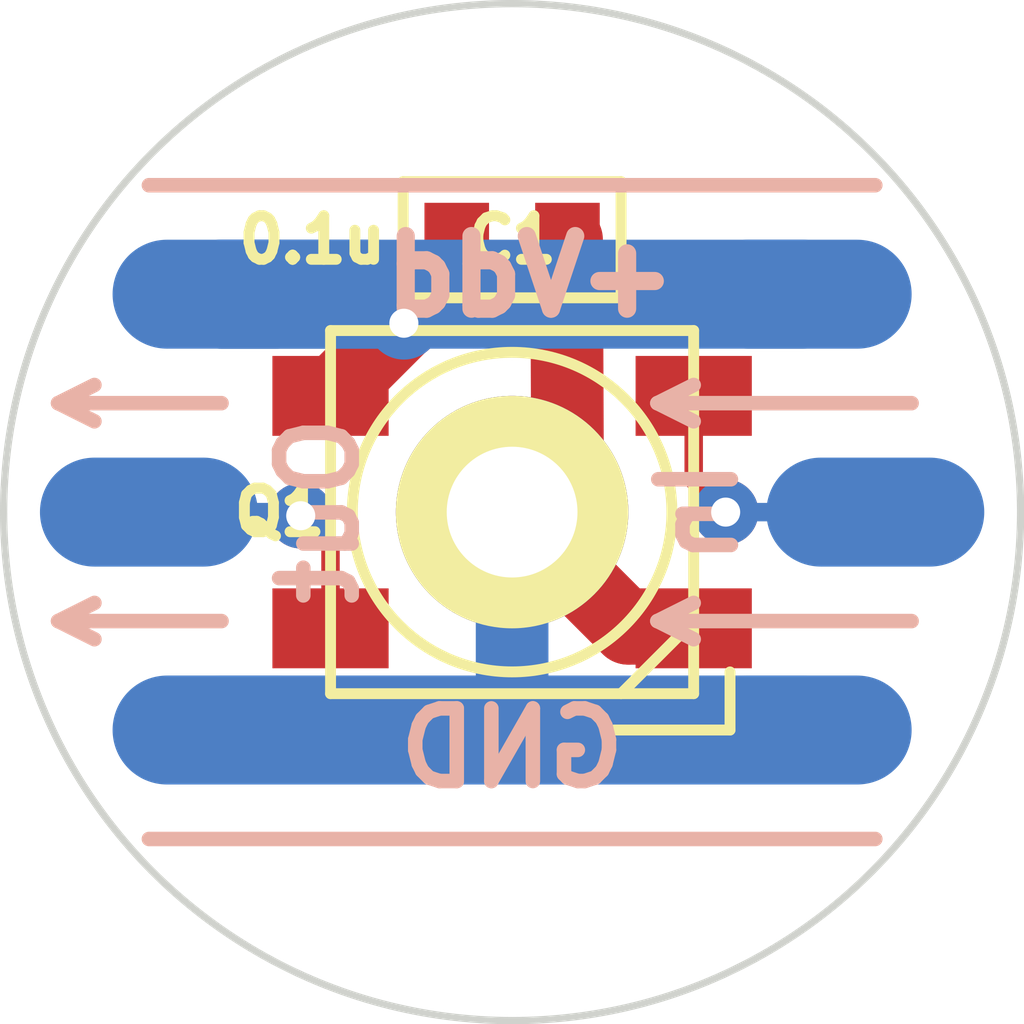
<source format=kicad_pcb>
(kicad_pcb (version 20170123) (host pcbnew "(2017-05-31 revision c0bb8a30c)-makepkg")

  (general
    (links 9)
    (no_connects 0)
    (area 114.747857 75.949999 129.050001 90.050001)
    (thickness 1.6)
    (drawings 19)
    (tracks 24)
    (zones 0)
    (modules 9)
    (nets 5)
  )

  (page A3)
  (layers
    (0 F.Cu signal hide)
    (31 B.Cu signal hide)
    (34 B.Paste user)
    (35 F.Paste user)
    (36 B.SilkS user)
    (37 F.SilkS user)
    (38 B.Mask user)
    (39 F.Mask user hide)
    (44 Edge.Cuts user)
  )

  (setup
    (last_trace_width 0.254)
    (trace_clearance 0.22)
    (zone_clearance 0.508)
    (zone_45_only no)
    (trace_min 0.2)
    (segment_width 0.2)
    (edge_width 0.1)
    (via_size 0.9)
    (via_drill 0.4)
    (via_min_size 0.889)
    (via_min_drill 0.2)
    (uvia_size 0.508)
    (uvia_drill 0.127)
    (uvias_allowed no)
    (uvia_min_size 0.508)
    (uvia_min_drill 0.127)
    (pcb_text_width 0.3)
    (pcb_text_size 1.5 1.5)
    (mod_edge_width 0.15)
    (mod_text_size 1 1)
    (mod_text_width 0.15)
    (pad_size 2.8 2.8)
    (pad_drill 1.8)
    (pad_to_mask_clearance 0.1)
    (aux_axis_origin 0 0)
    (visible_elements 7FFFFF6F)
    (pcbplotparams
      (layerselection 0x010f0_ffffffff)
      (usegerberextensions true)
      (excludeedgelayer true)
      (linewidth 0.150000)
      (plotframeref false)
      (viasonmask false)
      (mode 1)
      (useauxorigin false)
      (hpglpennumber 1)
      (hpglpenspeed 20)
      (hpglpendiameter 15)
      (psnegative false)
      (psa4output false)
      (plotreference true)
      (plotvalue true)
      (plotinvisibletext false)
      (padsonsilk false)
      (subtractmaskfromsilk false)
      (outputformat 1)
      (mirror false)
      (drillshape 0)
      (scaleselection 1)
      (outputdirectory Gerber))
  )

  (net 0 "")
  (net 1 /VDD)
  (net 2 /GND)
  (net 3 /DIN)
  (net 4 /DOUT)

  (net_class Default "This is the default net class."
    (clearance 0.22)
    (trace_width 0.254)
    (via_dia 0.9)
    (via_drill 0.4)
    (uvia_dia 0.508)
    (uvia_drill 0.127)
    (diff_pair_gap 0.25)
    (diff_pair_width 0.22)
    (add_net /DIN)
    (add_net /DOUT)
  )

  (net_class Wide ""
    (clearance 0.22)
    (trace_width 1.5)
    (via_dia 0.9)
    (via_drill 0.4)
    (uvia_dia 0.508)
    (uvia_drill 0.127)
    (diff_pair_gap 0.25)
    (diff_pair_width 0.22)
    (add_net /GND)
    (add_net /VDD)
  )

  (module Capacitors:CAP_0603 (layer F.Cu) (tedit 59620821) (tstamp 59621BB7)
    (at 122 79.25)
    (path /532ED3E6)
    (attr smd)
    (fp_text reference C1 (at 0 0) (layer F.SilkS)
      (effects (font (size 0.6 0.6) (thickness 0.15)))
    )
    (fp_text value 0.1u (at -2.75 0) (layer F.SilkS)
      (effects (font (size 0.6 0.6) (thickness 0.15)))
    )
    (fp_line (start -1.5 0) (end -1.5 -0.8) (layer F.SilkS) (width 0.15))
    (fp_line (start -1.5 -0.8) (end 1.5 -0.8) (layer F.SilkS) (width 0.15))
    (fp_line (start 1.5 -0.8) (end 1.5 0.8) (layer F.SilkS) (width 0.15))
    (fp_line (start 1.5 0.8) (end -1.5 0.8) (layer F.SilkS) (width 0.15))
    (fp_line (start -1.5 0.8) (end -1.5 0) (layer F.SilkS) (width 0.15))
    (pad 1 smd rect (at -0.762 0) (size 0.889 1.016) (layers F.Cu F.Paste F.Mask)
      (net 1 /VDD))
    (pad 2 smd rect (at 0.762 0) (size 0.889 1.016) (layers F.Cu F.Paste F.Mask)
      (net 2 /GND))
    (model 3d\c_0603.wrl
      (at (xyz 0 0 0))
      (scale (xyz 1 1 1))
      (rotate (xyz 0 0 0))
    )
  )

  (module LEDs:LED_WS2812B (layer F.Cu) (tedit 56703FD6) (tstamp 59621BCC)
    (at 122 83)
    (path /532DF74E)
    (fp_text reference Q1 (at -3.2 0) (layer F.SilkS)
      (effects (font (size 0.6 0.6) (thickness 0.15)))
    )
    (fp_text value LED_RGB_WS2812B (at 0 -0.2) (layer F.SilkS) hide
      (effects (font (size 0.6 0.6) (thickness 0.15)))
    )
    (fp_line (start 1.4 3) (end 3 3) (layer F.SilkS) (width 0.15))
    (fp_line (start 3 3) (end 3 2.2) (layer F.SilkS) (width 0.15))
    (fp_line (start 1.5 2.5) (end 2.5 1.5) (layer F.SilkS) (width 0.15))
    (fp_circle (center 0 0) (end 0 2.19964) (layer F.SilkS) (width 0.14986))
    (fp_line (start 2.49936 -2.49936) (end 2.49936 2.49936) (layer F.SilkS) (width 0.14986))
    (fp_line (start 2.49936 2.49936) (end -2.49936 2.49936) (layer F.SilkS) (width 0.14986))
    (fp_line (start -2.49936 2.49936) (end -2.49936 -2.49936) (layer F.SilkS) (width 0.14986))
    (fp_line (start -2.49936 -2.49936) (end 2.49936 -2.49936) (layer F.SilkS) (width 0.14986))
    (pad 4 smd rect (at 2.5 -1.6) (size 1.6 1.1) (layers F.Cu F.Paste F.Mask)
      (net 3 /DIN))
    (pad 3 smd rect (at 2.5 1.6) (size 1.6 1.1) (layers F.Cu F.Paste F.Mask)
      (net 2 /GND))
    (pad 1 smd rect (at -2.5 -1.6) (size 1.6 1.1) (layers F.Cu F.Paste F.Mask)
      (net 1 /VDD))
    (pad 2 smd rect (at -2.5 1.6) (size 1.6 1.1) (layers F.Cu F.Paste F.Mask)
      (net 4 /DOUT))
  )

  (module PCB:Oval3x1.5 (layer B.Cu) (tedit 59620612) (tstamp 59621BD1)
    (at 127 83)
    (path /5961FB0F)
    (fp_text reference XL1 (at -0.1 -1.3) (layer B.SilkS) hide
      (effects (font (size 0.6 0.6) (thickness 0.15)) (justify mirror))
    )
    (fp_text value CONN_1 (at -0.2 1.2) (layer B.SilkS) hide
      (effects (font (size 0.6 0.6) (thickness 0.15)) (justify mirror))
    )
    (pad 1 smd oval (at 0 0) (size 3 1.5) (layers B.Cu B.Paste B.Mask)
      (net 3 /DIN))
  )

  (module PCB:Oval3x1.5 (layer B.Cu) (tedit 596205F7) (tstamp 59621BD6)
    (at 118 80)
    (path /5961FB79)
    (fp_text reference XL2 (at -0.1 -1.3) (layer B.SilkS) hide
      (effects (font (size 0.6 0.6) (thickness 0.15)) (justify mirror))
    )
    (fp_text value CONN_1 (at -0.2 1.2) (layer B.SilkS) hide
      (effects (font (size 0.6 0.6) (thickness 0.15)) (justify mirror))
    )
    (pad 1 smd oval (at 0 0) (size 3 1.5) (layers B.Cu B.Paste B.Mask)
      (net 1 /VDD))
  )

  (module PCB:Oval3x1.5 (layer B.Cu) (tedit 59620615) (tstamp 59621BDB)
    (at 126 80)
    (path /59620078)
    (fp_text reference XL3 (at -0.1 -1.3) (layer B.SilkS) hide
      (effects (font (size 0.6 0.6) (thickness 0.15)) (justify mirror))
    )
    (fp_text value CONN_1 (at -0.2 1.2) (layer B.SilkS) hide
      (effects (font (size 0.6 0.6) (thickness 0.15)) (justify mirror))
    )
    (pad 1 smd oval (at 0 0) (size 3 1.5) (layers B.Cu B.Paste B.Mask)
      (net 1 /VDD))
  )

  (module PCB:Oval3x1.5 (layer B.Cu) (tedit 596205FD) (tstamp 59621BE0)
    (at 117 83)
    (path /5961F8CC)
    (fp_text reference XL4 (at -0.1 -1.3) (layer B.SilkS) hide
      (effects (font (size 0.6 0.6) (thickness 0.15)) (justify mirror))
    )
    (fp_text value CONN_1 (at -0.2 1.2) (layer B.SilkS) hide
      (effects (font (size 0.6 0.6) (thickness 0.15)) (justify mirror))
    )
    (pad 1 smd oval (at 0 0) (size 3 1.5) (layers B.Cu B.Paste B.Mask)
      (net 4 /DOUT))
  )

  (module PCB:Oval3x1.5 (layer B.Cu) (tedit 59620603) (tstamp 59621BE5)
    (at 118 86)
    (path /5961FACC)
    (fp_text reference XL5 (at -0.1 -1.3) (layer B.SilkS) hide
      (effects (font (size 0.6 0.6) (thickness 0.15)) (justify mirror))
    )
    (fp_text value CONN_1 (at -0.2 1.2) (layer B.SilkS) hide
      (effects (font (size 0.6 0.6) (thickness 0.15)) (justify mirror))
    )
    (pad 1 smd oval (at 0 0) (size 3 1.5) (layers B.Cu B.Paste B.Mask)
      (net 2 /GND))
  )

  (module PCB:Oval3x1.5 (layer B.Cu) (tedit 5962060A) (tstamp 59621BEA)
    (at 126 86)
    (path /5962014D)
    (fp_text reference XL6 (at -0.1 -1.3) (layer B.SilkS) hide
      (effects (font (size 0.6 0.6) (thickness 0.15)) (justify mirror))
    )
    (fp_text value CONN_1 (at -0.2 1.2) (layer B.SilkS) hide
      (effects (font (size 0.6 0.6) (thickness 0.15)) (justify mirror))
    )
    (pad 1 smd oval (at 0 0) (size 3 1.5) (layers B.Cu B.Paste B.Mask)
      (net 2 /GND))
  )

  (module PCB:Hole1d8_out3d2mm (layer F.Cu) (tedit 59620164) (tstamp 59623716)
    (at 122 83)
    (path /5962038C)
    (fp_text reference HOLE1 (at 0 2.8) (layer F.SilkS) hide
      (effects (font (size 0.6 0.6) (thickness 0.15)))
    )
    (fp_text value HOLE_METALLED (at 0 -2.8) (layer F.SilkS) hide
      (effects (font (size 0.6 0.6) (thickness 0.15)))
    )
    (pad H thru_hole circle (at 0 0) (size 3.2 3.2) (drill 1.8) (layers *.Cu *.Mask F.SilkS)
      (net 2 /GND))
  )

  (gr_line (start 117 87.5) (end 127 87.5) (angle 90) (layer B.SilkS) (width 0.2))
  (gr_line (start 127 78.5) (end 117 78.5) (angle 90) (layer B.SilkS) (width 0.2))
  (gr_line (start 115.75 84.5) (end 116.25 84.75) (angle 90) (layer B.SilkS) (width 0.2))
  (gr_line (start 115.75 84.5) (end 116.25 84.25) (angle 90) (layer B.SilkS) (width 0.2))
  (gr_line (start 118 84.5) (end 115.75 84.5) (angle 90) (layer B.SilkS) (width 0.2))
  (gr_line (start 115.75 81.5) (end 116.25 81.75) (angle 90) (layer B.SilkS) (width 0.2))
  (gr_line (start 115.75 81.5) (end 116.25 81.25) (angle 90) (layer B.SilkS) (width 0.2))
  (gr_line (start 118 81.5) (end 115.75 81.5) (angle 90) (layer B.SilkS) (width 0.2))
  (gr_line (start 124 84.5) (end 124.5 84.75) (angle 90) (layer B.SilkS) (width 0.2))
  (gr_line (start 124 84.5) (end 124.5 84.25) (angle 90) (layer B.SilkS) (width 0.2))
  (gr_line (start 127.5 84.5) (end 124 84.5) (angle 90) (layer B.SilkS) (width 0.2))
  (gr_line (start 124 81.5) (end 124.5 81.75) (angle 90) (layer B.SilkS) (width 0.2))
  (gr_line (start 124 81.5) (end 124.5 81.25) (angle 90) (layer B.SilkS) (width 0.2))
  (gr_line (start 127.5 81.5) (end 124 81.5) (angle 90) (layer B.SilkS) (width 0.2))
  (gr_text Out (at 119.34 82.98 90) (layer B.SilkS)
    (effects (font (size 1 1) (thickness 0.2)) (justify mirror))
  )
  (gr_text In (at 124.56 83 90) (layer B.SilkS)
    (effects (font (size 1 1) (thickness 0.2)) (justify mirror))
  )
  (gr_text GND (at 122 86.25) (layer B.SilkS)
    (effects (font (size 1 1) (thickness 0.2)) (justify mirror))
  )
  (gr_text +Vdd (at 122.25 79.75) (layer B.SilkS)
    (effects (font (size 1 1) (thickness 0.25)) (justify mirror))
  )
  (gr_circle (center 122 83) (end 129 83) (layer Edge.Cuts) (width 0.1))

  (segment (start 121.25 79.5) (end 121.238 79.672) (width 1) (layer F.Cu) (net 1))
  (segment (start 120.11 80) (end 118 80) (width 1.5) (layer B.Cu) (net 1) (tstamp 596237BA))
  (segment (start 120.51 80.4) (end 120.11 80) (width 1) (layer B.Cu) (net 1) (tstamp 596237B9))
  (via (at 120.51 80.4) (size 0.9) (drill 0.4) (layers F.Cu B.Cu) (net 1))
  (segment (start 121.238 79.672) (end 120.51 80.4) (width 1) (layer F.Cu) (net 1) (tstamp 596237B6))
  (segment (start 121.25 79.5) (end 121.238 79.662) (width 1) (layer F.Cu) (net 1))
  (segment (start 121.238 79.662) (end 119.5 81.4) (width 1) (layer F.Cu) (net 1) (tstamp 596237AA))
  (segment (start 118 80) (end 126 80) (width 1.5) (layer B.Cu) (net 1))
  (segment (start 122 83) (end 122 86) (width 1) (layer B.Cu) (net 2))
  (segment (start 124.5 84.6) (end 123.6 84.6) (width 1) (layer F.Cu) (net 2))
  (segment (start 123.6 84.6) (end 122 83) (width 1) (layer F.Cu) (net 2) (tstamp 596237AD))
  (segment (start 122.75 79.25) (end 122.762 82.238) (width 1) (layer F.Cu) (net 2))
  (segment (start 122.762 82.238) (end 122 83) (width 1) (layer F.Cu) (net 2) (tstamp 596237A7))
  (segment (start 118 86) (end 122 86) (width 1.5) (layer B.Cu) (net 2))
  (segment (start 122 86) (end 126 86) (width 1.5) (layer B.Cu) (net 2) (tstamp 596237B4))
  (segment (start 127 83) (end 124.94 83) (width 0.254) (layer B.Cu) (net 3))
  (segment (start 124.5 82.56) (end 124.5 81.4) (width 0.254) (layer F.Cu) (net 3) (tstamp 596237A4))
  (segment (start 124.94 83) (end 124.5 82.56) (width 0.254) (layer F.Cu) (net 3) (tstamp 596237A3))
  (via (at 124.94 83) (size 0.9) (drill 0.4) (layers F.Cu B.Cu) (net 3))
  (segment (start 119.5 84.6) (end 119.5 83.46) (width 0.254) (layer F.Cu) (net 4))
  (segment (start 119.04 83) (end 117 83) (width 0.254) (layer B.Cu) (net 4) (tstamp 5962379D))
  (segment (start 119.09 83.05) (end 119.04 83) (width 0.254) (layer B.Cu) (net 4) (tstamp 5962379C))
  (via (at 119.09 83.05) (size 0.9) (drill 0.4) (layers F.Cu B.Cu) (net 4))
  (segment (start 119.5 83.46) (end 119.09 83.05) (width 0.254) (layer F.Cu) (net 4) (tstamp 59623799))

)

</source>
